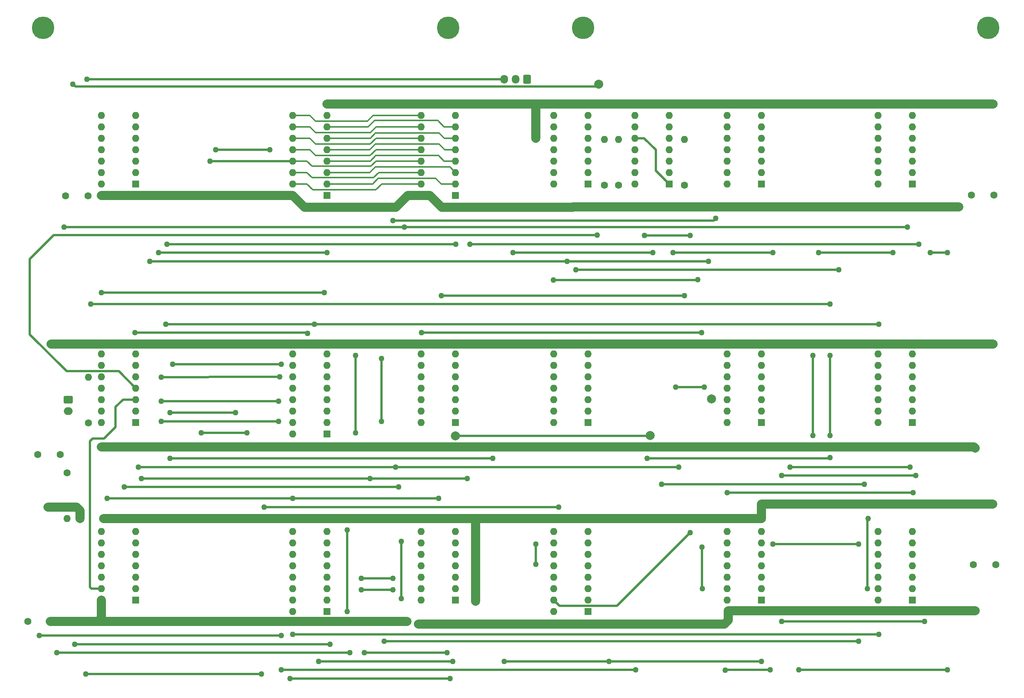
<source format=gbr>
%TF.GenerationSoftware,KiCad,Pcbnew,(6.0.4-0)*%
%TF.CreationDate,2024-04-14T14:43:09+10:00*%
%TF.ProjectId,256 word memory,32353620-776f-4726-9420-6d656d6f7279,rev?*%
%TF.SameCoordinates,Original*%
%TF.FileFunction,Copper,L1,Top*%
%TF.FilePolarity,Positive*%
%FSLAX46Y46*%
G04 Gerber Fmt 4.6, Leading zero omitted, Abs format (unit mm)*
G04 Created by KiCad (PCBNEW (6.0.4-0)) date 2024-04-14 14:43:09*
%MOMM*%
%LPD*%
G01*
G04 APERTURE LIST*
G04 Aperture macros list*
%AMRoundRect*
0 Rectangle with rounded corners*
0 $1 Rounding radius*
0 $2 $3 $4 $5 $6 $7 $8 $9 X,Y pos of 4 corners*
0 Add a 4 corners polygon primitive as box body*
4,1,4,$2,$3,$4,$5,$6,$7,$8,$9,$2,$3,0*
0 Add four circle primitives for the rounded corners*
1,1,$1+$1,$2,$3*
1,1,$1+$1,$4,$5*
1,1,$1+$1,$6,$7*
1,1,$1+$1,$8,$9*
0 Add four rect primitives between the rounded corners*
20,1,$1+$1,$2,$3,$4,$5,0*
20,1,$1+$1,$4,$5,$6,$7,0*
20,1,$1+$1,$6,$7,$8,$9,0*
20,1,$1+$1,$8,$9,$2,$3,0*%
G04 Aperture macros list end*
%TA.AperFunction,ComponentPad*%
%ADD10C,1.600000*%
%TD*%
%TA.AperFunction,ComponentPad*%
%ADD11O,1.600000X1.600000*%
%TD*%
%TA.AperFunction,ComponentPad*%
%ADD12R,1.600000X1.600000*%
%TD*%
%TA.AperFunction,ComponentPad*%
%ADD13C,2.000000*%
%TD*%
%TA.AperFunction,ComponentPad*%
%ADD14C,5.000000*%
%TD*%
%TA.AperFunction,ComponentPad*%
%ADD15RoundRect,0.250000X-0.750000X0.600000X-0.750000X-0.600000X0.750000X-0.600000X0.750000X0.600000X0*%
%TD*%
%TA.AperFunction,ComponentPad*%
%ADD16O,2.000000X1.700000*%
%TD*%
%TA.AperFunction,ComponentPad*%
%ADD17RoundRect,0.250000X0.600000X0.725000X-0.600000X0.725000X-0.600000X-0.725000X0.600000X-0.725000X0*%
%TD*%
%TA.AperFunction,ComponentPad*%
%ADD18O,1.700000X1.950000*%
%TD*%
%TA.AperFunction,ViaPad*%
%ADD19C,2.000000*%
%TD*%
%TA.AperFunction,ViaPad*%
%ADD20C,1.270000*%
%TD*%
%TA.AperFunction,Conductor*%
%ADD21C,0.300000*%
%TD*%
%TA.AperFunction,Conductor*%
%ADD22C,2.000000*%
%TD*%
%TA.AperFunction,Conductor*%
%ADD23C,0.500000*%
%TD*%
G04 APERTURE END LIST*
D10*
%TO.P,R4,1*%
%TO.N,+5V*%
X34550000Y-110800000D03*
D11*
%TO.P,R4,2*%
%TO.N,/R0(1-20*%
X34550000Y-100640000D03*
%TD*%
D10*
%TO.P,R5,1*%
%TO.N,+5V*%
X29845000Y-121920000D03*
D11*
%TO.P,R5,2*%
%TO.N,MB=0*%
X29845000Y-132080000D03*
%TD*%
D12*
%TO.P,U7,1*%
%TO.N,MA7*%
X45120000Y-57740000D03*
D11*
%TO.P,U7,2*%
%TO.N,MEMORY_ENABLE*%
X45120000Y-55200000D03*
%TO.P,U7,3*%
%TO.N,~{CS_H}*%
X45120000Y-52660000D03*
%TO.P,U7,4*%
%TO.N,MEMORY_ENABLE*%
X45120000Y-50120000D03*
%TO.P,U7,5*%
%TO.N,Net-(U7-Pad5)*%
X45120000Y-47580000D03*
%TO.P,U7,6*%
%TO.N,~{CS_L}*%
X45120000Y-45040000D03*
%TO.P,U7,7,GND*%
%TO.N,GND*%
X45120000Y-42500000D03*
%TO.P,U7,8*%
%TO.N,Net-(U7-Pad5)*%
X37500000Y-42500000D03*
%TO.P,U7,9*%
%TO.N,MA7*%
X37500000Y-45040000D03*
%TO.P,U7,10*%
X37500000Y-47580000D03*
%TO.P,U7,11*%
%TO.N,Net-(U5-Pad8)*%
X37500000Y-50120000D03*
%TO.P,U7,12*%
%TO.N,Net-(U14-Pad6)*%
X37500000Y-52660000D03*
%TO.P,U7,13*%
X37500000Y-55200000D03*
%TO.P,U7,14,VCC*%
%TO.N,+5V*%
X37500000Y-57740000D03*
%TD*%
D12*
%TO.P,U3,1,~{CS}*%
%TO.N,~{CS_H}*%
X87620000Y-60280000D03*
D11*
%TO.P,U3,2,A0*%
%TO.N,MA_A*%
X87620000Y-57740000D03*
%TO.P,U3,3,A1*%
%TO.N,MA_B*%
X87620000Y-55200000D03*
%TO.P,U3,4,A2*%
%TO.N,MA_C*%
X87620000Y-52660000D03*
%TO.P,U3,5,A3*%
%TO.N,MA0*%
X87620000Y-50120000D03*
%TO.P,U3,6,A4*%
%TO.N,MA1*%
X87620000Y-47580000D03*
%TO.P,U3,7,D_OUT*%
%TO.N,D-BUS*%
X87620000Y-45040000D03*
%TO.P,U3,8,GND*%
%TO.N,GND*%
X87620000Y-42500000D03*
%TO.P,U3,9,A5*%
%TO.N,MA2*%
X80000000Y-42500000D03*
%TO.P,U3,10,A6*%
%TO.N,MA3*%
X80000000Y-45040000D03*
%TO.P,U3,11,A7*%
%TO.N,MA4*%
X80000000Y-47580000D03*
%TO.P,U3,12,A8*%
%TO.N,MA5*%
X80000000Y-50120000D03*
%TO.P,U3,13,A9*%
%TO.N,MA6*%
X80000000Y-52660000D03*
%TO.P,U3,14,~{WE}*%
%TO.N,~{WE}*%
X80000000Y-55200000D03*
%TO.P,U3,15,D_IN*%
%TO.N,D-IN*%
X80000000Y-57740000D03*
%TO.P,U3,16,+5V*%
%TO.N,+5V*%
X80000000Y-60280000D03*
%TD*%
D12*
%TO.P,U8,1,~{CS}*%
%TO.N,~{CS_L}*%
X116120000Y-60280000D03*
D11*
%TO.P,U8,2,A0*%
%TO.N,MA_A*%
X116120000Y-57740000D03*
%TO.P,U8,3,A1*%
%TO.N,MA_B*%
X116120000Y-55200000D03*
%TO.P,U8,4,A2*%
%TO.N,MA_C*%
X116120000Y-52660000D03*
%TO.P,U8,5,A3*%
%TO.N,MA0*%
X116120000Y-50120000D03*
%TO.P,U8,6,A4*%
%TO.N,MA1*%
X116120000Y-47580000D03*
%TO.P,U8,7,D_OUT*%
%TO.N,D-BUS*%
X116120000Y-45040000D03*
%TO.P,U8,8,GND*%
%TO.N,GND*%
X116120000Y-42500000D03*
%TO.P,U8,9,A5*%
%TO.N,MA2*%
X108500000Y-42500000D03*
%TO.P,U8,10,A6*%
%TO.N,MA3*%
X108500000Y-45040000D03*
%TO.P,U8,11,A7*%
%TO.N,MA4*%
X108500000Y-47580000D03*
%TO.P,U8,12,A8*%
%TO.N,MA5*%
X108500000Y-50120000D03*
%TO.P,U8,13,A9*%
%TO.N,MA6*%
X108500000Y-52660000D03*
%TO.P,U8,14,~{WE}*%
%TO.N,~{WE}*%
X108500000Y-55200000D03*
%TO.P,U8,15,D_IN*%
%TO.N,D-IN*%
X108500000Y-57740000D03*
%TO.P,U8,16,+5V*%
%TO.N,+5V*%
X108500000Y-60280000D03*
%TD*%
D12*
%TO.P,U13,1,CP1..3*%
%TO.N,Net-(U10-Pad9)*%
X145620000Y-57740000D03*
D11*
%TO.P,U13,2,R0(1)*%
%TO.N,/R0(1-20*%
X145620000Y-55200000D03*
%TO.P,U13,3,R0(2)*%
X145620000Y-52660000D03*
%TO.P,U13,4*%
%TO.N,N/C*%
X145620000Y-50120000D03*
%TO.P,U13,5,VCC*%
%TO.N,+5V*%
X145620000Y-47580000D03*
%TO.P,U13,6*%
%TO.N,N/C*%
X145620000Y-45040000D03*
%TO.P,U13,7*%
X145620000Y-42500000D03*
%TO.P,U13,8,Q2*%
%TO.N,MA_B*%
X138000000Y-42500000D03*
%TO.P,U13,9,Q1*%
%TO.N,MA_A*%
X138000000Y-45040000D03*
%TO.P,U13,10,GND*%
%TO.N,GND*%
X138000000Y-47580000D03*
%TO.P,U13,11,Q3*%
%TO.N,MA_C*%
X138000000Y-50120000D03*
%TO.P,U13,12,Q0*%
%TO.N,unconnected-(U13-Pad12)*%
X138000000Y-52660000D03*
%TO.P,U13,13*%
%TO.N,N/C*%
X138000000Y-55200000D03*
%TO.P,U13,14,CP0*%
%TO.N,unconnected-(U13-Pad14)*%
X138000000Y-57740000D03*
%TD*%
D12*
%TO.P,U9,1,CLK*%
%TO.N,Net-(U12-Pad6)*%
X87620000Y-113280000D03*
D11*
%TO.P,U9,2,A*%
%TO.N,MB4*%
X87620000Y-110740000D03*
%TO.P,U9,3,B*%
%TO.N,MB3*%
X87620000Y-108200000D03*
%TO.P,U9,4,C*%
%TO.N,MB2*%
X87620000Y-105660000D03*
%TO.P,U9,5,VCC*%
%TO.N,+5V*%
X87620000Y-103120000D03*
%TO.P,U9,6,D*%
%TO.N,MB1*%
X87620000Y-100580000D03*
%TO.P,U9,7,E*%
%TO.N,MB0*%
X87620000Y-98040000D03*
%TO.P,U9,8,PRE*%
%TO.N,Net-(U5-Pad8)*%
X87620000Y-95500000D03*
%TO.P,U9,9,SER*%
%TO.N,MA5*%
X80000000Y-95500000D03*
%TO.P,U9,10,QE*%
%TO.N,MA0*%
X80000000Y-98040000D03*
%TO.P,U9,11,QD*%
%TO.N,MA1*%
X80000000Y-100580000D03*
%TO.P,U9,12,GND*%
%TO.N,GND*%
X80000000Y-103120000D03*
%TO.P,U9,13,QC*%
%TO.N,MA2*%
X80000000Y-105660000D03*
%TO.P,U9,14,QB*%
%TO.N,MA3*%
X80000000Y-108200000D03*
%TO.P,U9,15,QA*%
%TO.N,MA4*%
X80000000Y-110740000D03*
%TO.P,U9,16,~{CLR}*%
%TO.N,~{T0.5}*%
X80000000Y-113280000D03*
%TD*%
D12*
%TO.P,U10,1,Ds*%
%TO.N,MB4*%
X116120000Y-110740000D03*
D11*
%TO.P,U10,2,P0*%
%TO.N,SR3*%
X116120000Y-108200000D03*
%TO.P,U10,3,P1*%
%TO.N,SR2*%
X116120000Y-105660000D03*
%TO.P,U10,4,P2*%
%TO.N,SR1*%
X116120000Y-103120000D03*
%TO.P,U10,5,P3*%
%TO.N,SR0*%
X116120000Y-100580000D03*
%TO.P,U10,6,Mode*%
%TO.N,Net-(U10-Pad6)*%
X116120000Y-98040000D03*
%TO.P,U10,7,GND*%
%TO.N,GND*%
X116120000Y-95500000D03*
%TO.P,U10,8,Cp2.Lshift*%
%TO.N,MCP*%
X108500000Y-95500000D03*
%TO.P,U10,9,Cp1.Rshift*%
%TO.N,Net-(U10-Pad9)*%
X108500000Y-98040000D03*
%TO.P,U10,10,Q3*%
%TO.N,MB0*%
X108500000Y-100580000D03*
%TO.P,U10,11,Q2*%
%TO.N,MB1*%
X108500000Y-103120000D03*
%TO.P,U10,12,Q1*%
%TO.N,MB2*%
X108500000Y-105660000D03*
%TO.P,U10,13,Q0*%
%TO.N,MB3*%
X108500000Y-108200000D03*
%TO.P,U10,14,VCC*%
%TO.N,+5V*%
X108500000Y-110740000D03*
%TD*%
D12*
%TO.P,U12,1*%
%TO.N,~{T2-9(F+D+E})*%
X184120000Y-110740000D03*
D11*
%TO.P,U12,2*%
%TO.N,~{T14-21(JMS+JMP})*%
X184120000Y-108200000D03*
%TO.P,U12,3*%
%TO.N,Net-(U12-Pad3)*%
X184120000Y-105660000D03*
%TO.P,U12,4*%
X184120000Y-103120000D03*
%TO.P,U12,5*%
%TO.N,MCP*%
X184120000Y-100580000D03*
%TO.P,U12,6*%
%TO.N,Net-(U12-Pad6)*%
X184120000Y-98040000D03*
%TO.P,U12,7,GND*%
%TO.N,GND*%
X184120000Y-95500000D03*
%TO.P,U12,8*%
%TO.N,~{WE}*%
X176500000Y-95500000D03*
%TO.P,U12,9*%
%TO.N,/T14-21~{ISZ.DEP}T2-9.JMS.DCA*%
X176500000Y-98040000D03*
%TO.P,U12,10*%
%TO.N,MCP*%
X176500000Y-100580000D03*
%TO.P,U12,11*%
%TO.N,Net-(U12-Pad11)*%
X176500000Y-103120000D03*
%TO.P,U12,12*%
%TO.N,MCP*%
X176500000Y-105660000D03*
%TO.P,U12,13*%
%TO.N,MEMORY_ENABLE*%
X176500000Y-108200000D03*
%TO.P,U12,14,VCC*%
%TO.N,+5V*%
X176500000Y-110740000D03*
%TD*%
D12*
%TO.P,U5,1,CLK*%
%TO.N,Net-(U12-Pad6)*%
X87620000Y-152780000D03*
D11*
%TO.P,U5,2,A*%
%TO.N,MB7*%
X87620000Y-150240000D03*
%TO.P,U5,3,B*%
%TO.N,MB6*%
X87620000Y-147700000D03*
%TO.P,U5,4,C*%
%TO.N,MB5*%
X87620000Y-145160000D03*
%TO.P,U5,5,VCC*%
%TO.N,+5V*%
X87620000Y-142620000D03*
%TO.P,U5,6,D*%
%TO.N,unconnected-(U5-Pad6)*%
X87620000Y-140080000D03*
%TO.P,U5,7,E*%
%TO.N,unconnected-(U5-Pad7)*%
X87620000Y-137540000D03*
%TO.P,U5,8,PRE*%
%TO.N,Net-(U5-Pad8)*%
X87620000Y-135000000D03*
%TO.P,U5,9,SER*%
%TO.N,D-IN*%
X80000000Y-135000000D03*
%TO.P,U5,10,QE*%
%TO.N,unconnected-(U5-Pad10)*%
X80000000Y-137540000D03*
%TO.P,U5,11,QD*%
%TO.N,unconnected-(U5-Pad11)*%
X80000000Y-140080000D03*
%TO.P,U5,12,GND*%
%TO.N,GND*%
X80000000Y-142620000D03*
%TO.P,U5,13,QC*%
%TO.N,MA5*%
X80000000Y-145160000D03*
%TO.P,U5,14,QB*%
%TO.N,MA6*%
X80000000Y-147700000D03*
%TO.P,U5,15,QA*%
%TO.N,MA7*%
X80000000Y-150240000D03*
%TO.P,U5,16,~{CLR}*%
%TO.N,~{T0.5}*%
X80000000Y-152780000D03*
%TD*%
D12*
%TO.P,U6,1,Ds*%
%TO.N,D-IN*%
X116120000Y-150240000D03*
D11*
%TO.P,U6,2,P0*%
%TO.N,Net-(U4-Pad12)*%
X116120000Y-147700000D03*
%TO.P,U6,3,P1*%
%TO.N,Net-(U4-Pad9)*%
X116120000Y-145160000D03*
%TO.P,U6,4,P2*%
%TO.N,Net-(U4-Pad4)*%
X116120000Y-142620000D03*
%TO.P,U6,5,P3*%
%TO.N,Net-(U4-Pad7)*%
X116120000Y-140080000D03*
%TO.P,U6,6,Mode*%
%TO.N,Net-(U15-Pad11)*%
X116120000Y-137540000D03*
%TO.P,U6,7,GND*%
%TO.N,GND*%
X116120000Y-135000000D03*
%TO.P,U6,8,Cp2.Lshift*%
%TO.N,MCP*%
X108500000Y-135000000D03*
%TO.P,U6,9,Cp1.Rshift*%
%TO.N,Net-(U10-Pad9)*%
X108500000Y-137540000D03*
%TO.P,U6,10,Q3*%
%TO.N,MB4*%
X108500000Y-140080000D03*
%TO.P,U6,11,Q2*%
%TO.N,MB5*%
X108500000Y-142620000D03*
%TO.P,U6,12,Q1*%
%TO.N,MB6*%
X108500000Y-145160000D03*
%TO.P,U6,13,Q0*%
%TO.N,MB7*%
X108500000Y-147700000D03*
%TO.P,U6,14,VCC*%
%TO.N,+5V*%
X108500000Y-150240000D03*
%TD*%
D12*
%TO.P,U1,1*%
%TO.N,MB1*%
X45120000Y-110740000D03*
D11*
%TO.P,U1,2*%
%TO.N,MB=0*%
X45120000Y-108200000D03*
%TO.P,U1,3*%
%TO.N,MB5*%
X45120000Y-105660000D03*
%TO.P,U1,4*%
%TO.N,Net-(R1-Pad2)*%
X45120000Y-103120000D03*
%TO.P,U1,5*%
%TO.N,MB0*%
X45120000Y-100580000D03*
%TO.P,U1,6*%
%TO.N,MB=0*%
X45120000Y-98040000D03*
%TO.P,U1,7,GND*%
%TO.N,GND*%
X45120000Y-95500000D03*
%TO.P,U1,8*%
%TO.N,~{MA7}*%
X37500000Y-95500000D03*
%TO.P,U1,9*%
%TO.N,MA7*%
X37500000Y-98040000D03*
%TO.P,U1,10*%
%TO.N,/R0(1-20*%
X37500000Y-100580000D03*
%TO.P,U1,11*%
%TO.N,~{T0.5}*%
X37500000Y-103120000D03*
%TO.P,U1,12*%
%TO.N,~{PC7}*%
X37500000Y-105660000D03*
%TO.P,U1,13*%
%TO.N,PC7*%
X37500000Y-108200000D03*
%TO.P,U1,14,VCC*%
%TO.N,+5V*%
X37500000Y-110740000D03*
%TD*%
D12*
%TO.P,U16,1*%
%TO.N,MB4*%
X45120000Y-150240000D03*
D11*
%TO.P,U16,2*%
%TO.N,MB=0*%
X45120000Y-147700000D03*
%TO.P,U16,3*%
%TO.N,MB3*%
X45120000Y-145160000D03*
%TO.P,U16,4*%
%TO.N,MB=0*%
X45120000Y-142620000D03*
%TO.P,U16,5*%
%TO.N,MB2*%
X45120000Y-140080000D03*
%TO.P,U16,6*%
%TO.N,MB=0*%
X45120000Y-137540000D03*
%TO.P,U16,7,GND*%
%TO.N,GND*%
X45120000Y-135000000D03*
%TO.P,U16,8*%
%TO.N,MB=0*%
X37500000Y-135000000D03*
%TO.P,U16,9*%
%TO.N,MB7*%
X37500000Y-137540000D03*
%TO.P,U16,10*%
%TO.N,MB=0*%
X37500000Y-140080000D03*
%TO.P,U16,11*%
%TO.N,MB6*%
X37500000Y-142620000D03*
%TO.P,U16,12*%
%TO.N,MB=0*%
X37500000Y-145160000D03*
%TO.P,U16,13*%
%TO.N,MB5*%
X37500000Y-147700000D03*
%TO.P,U16,14,VCC*%
%TO.N,+5V*%
X37500000Y-150240000D03*
%TD*%
D12*
%TO.P,U4,1,S*%
%TO.N,~{F.23.OPR+IOT}*%
X145620000Y-152780000D03*
D11*
%TO.P,U4,2,I0a*%
%TO.N,MA5*%
X145620000Y-150240000D03*
%TO.P,U4,3,I1a*%
%TO.N,SR5*%
X145620000Y-147700000D03*
%TO.P,U4,4,Za*%
%TO.N,Net-(U4-Pad4)*%
X145620000Y-145160000D03*
%TO.P,U4,5,I0b*%
%TO.N,MA4*%
X145620000Y-142620000D03*
%TO.P,U4,6,I1b*%
%TO.N,SR4*%
X145620000Y-140080000D03*
%TO.P,U4,7,Zb*%
%TO.N,Net-(U4-Pad7)*%
X145620000Y-137540000D03*
%TO.P,U4,8,GND*%
%TO.N,GND*%
X145620000Y-135000000D03*
%TO.P,U4,9,Zc*%
%TO.N,Net-(U4-Pad9)*%
X138000000Y-135000000D03*
%TO.P,U4,10,I1c*%
%TO.N,SR6*%
X138000000Y-137540000D03*
%TO.P,U4,11,I0c*%
%TO.N,MA6*%
X138000000Y-140080000D03*
%TO.P,U4,12,Zd*%
%TO.N,Net-(U4-Pad12)*%
X138000000Y-142620000D03*
%TO.P,U4,13,I1d*%
%TO.N,SR7*%
X138000000Y-145160000D03*
%TO.P,U4,14,I0d*%
%TO.N,MA7*%
X138000000Y-147700000D03*
%TO.P,U4,15,E*%
%TO.N,Z-BIT*%
X138000000Y-150240000D03*
%TO.P,U4,16,VCC*%
%TO.N,+5V*%
X138000000Y-152780000D03*
%TD*%
D10*
%TO.P,R1,1*%
%TO.N,+5V*%
X149225000Y-58000000D03*
D11*
%TO.P,R1,2*%
%TO.N,Net-(R1-Pad2)*%
X149225000Y-47840000D03*
%TD*%
D10*
%TO.P,R2,1*%
%TO.N,+5V*%
X167000000Y-58000000D03*
D11*
%TO.P,R2,2*%
%TO.N,Net-(R2-Pad2)*%
X167000000Y-47840000D03*
%TD*%
D12*
%TO.P,U2,1*%
%TO.N,Z-BIT*%
X163620000Y-57740000D03*
D11*
%TO.P,U2,2*%
%TO.N,MB7*%
X163620000Y-55200000D03*
%TO.P,U2,3*%
%TO.N,Net-(R2-Pad2)*%
X163620000Y-52660000D03*
%TO.P,U2,4*%
%TO.N,Z-BIT*%
X163620000Y-50120000D03*
%TO.P,U2,5*%
%TO.N,MB3*%
X163620000Y-47580000D03*
%TO.P,U2,6*%
X163620000Y-45040000D03*
%TO.P,U2,7,GND*%
%TO.N,GND*%
X163620000Y-42500000D03*
%TO.P,U2,8*%
%TO.N,~{F.23.OPR+IOT}*%
X156000000Y-42500000D03*
%TO.P,U2,9*%
X156000000Y-45040000D03*
%TO.P,U2,10*%
%TO.N,Z-BIT*%
X156000000Y-47580000D03*
%TO.P,U2,11*%
%TO.N,Net-(R1-Pad2)*%
X156000000Y-50120000D03*
%TO.P,U2,12*%
%TO.N,MB4*%
X156000000Y-52660000D03*
%TO.P,U2,13*%
%TO.N,Net-(R2-Pad2)*%
X156000000Y-55200000D03*
%TO.P,U2,14,VCC*%
%TO.N,+5V*%
X156000000Y-57740000D03*
%TD*%
D10*
%TO.P,R3,1*%
%TO.N,+5V*%
X152400000Y-58000000D03*
D11*
%TO.P,R3,2*%
%TO.N,Z-BIT*%
X152400000Y-47840000D03*
%TD*%
D12*
%TO.P,U17,1*%
%TO.N,~{T2-9.ISZ}*%
X217620000Y-110740000D03*
D11*
%TO.P,U17,2*%
%TO.N,Net-(U14-Pad3)*%
X217620000Y-108200000D03*
%TO.P,U17,3*%
%TO.N,Net-(U17-Pad3)*%
X217620000Y-105660000D03*
%TO.P,U17,4*%
%TO.N,C-BUS*%
X217620000Y-103120000D03*
%TO.P,U17,5*%
X217620000Y-100580000D03*
%TO.P,U17,6*%
%TO.N,D-IN*%
X217620000Y-98040000D03*
%TO.P,U17,7,GND*%
%TO.N,GND*%
X217620000Y-95500000D03*
%TO.P,U17,8*%
%TO.N,Net-(U17-Pad8)*%
X210000000Y-95500000D03*
%TO.P,U17,9*%
%TO.N,/~{T14-21}.ISZ.DEP*%
X210000000Y-98040000D03*
%TO.P,U17,10*%
X210000000Y-100580000D03*
%TO.P,U17,11*%
X210000000Y-103120000D03*
%TO.P,U17,12*%
%TO.N,T14-21*%
X210000000Y-105660000D03*
%TO.P,U17,13*%
%TO.N,Net-(U15-Pad3)*%
X210000000Y-108200000D03*
%TO.P,U17,14,VCC*%
%TO.N,+5V*%
X210000000Y-110740000D03*
%TD*%
D12*
%TO.P,U19,1*%
%TO.N,B-BUS*%
X217620000Y-150240000D03*
D11*
%TO.P,U19,2*%
%TO.N,Net-(U18-Pad2)*%
X217620000Y-147700000D03*
%TO.P,U19,3*%
%TO.N,D-BUS*%
X217620000Y-145160000D03*
%TO.P,U19,4*%
%TO.N,C-BUS*%
X217620000Y-142620000D03*
%TO.P,U19,5*%
%TO.N,MA0*%
X217620000Y-140080000D03*
%TO.P,U19,6*%
%TO.N,Net-(U18-Pad12)*%
X217620000Y-137540000D03*
%TO.P,U19,7,GND*%
%TO.N,GND*%
X217620000Y-135000000D03*
%TO.P,U19,8*%
%TO.N,MB0*%
X210000000Y-135000000D03*
%TO.P,U19,9*%
%TO.N,Net-(U17-Pad8)*%
X210000000Y-137540000D03*
%TO.P,U19,10*%
%TO.N,C-BUS*%
X210000000Y-140080000D03*
%TO.P,U19,11*%
%TO.N,Net-(U18-Pad6)*%
X210000000Y-142620000D03*
%TO.P,U19,12*%
%TO.N,D-BUS*%
X210000000Y-145160000D03*
%TO.P,U19,13*%
%TO.N,C-BUS*%
X210000000Y-147700000D03*
%TO.P,U19,14,VCC*%
%TO.N,+5V*%
X210000000Y-150240000D03*
%TD*%
D12*
%TO.P,U15,1*%
%TO.N,~{ISZ}*%
X145620000Y-110740000D03*
D11*
%TO.P,U15,2*%
%TO.N,~{DEP}*%
X145620000Y-108200000D03*
%TO.P,U15,3*%
%TO.N,Net-(U15-Pad3)*%
X145620000Y-105660000D03*
%TO.P,U15,4*%
%TO.N,T13*%
X145620000Y-103120000D03*
%TO.P,U15,5*%
%TO.N,Net-(U15-Pad5)*%
X145620000Y-100580000D03*
%TO.P,U15,6*%
%TO.N,Net-(U15-Pad10)*%
X145620000Y-98040000D03*
%TO.P,U15,7,GND*%
%TO.N,GND*%
X145620000Y-95500000D03*
%TO.P,U15,8*%
%TO.N,Net-(U10-Pad6)*%
X138000000Y-95500000D03*
%TO.P,U15,9*%
%TO.N,Net-(U15-Pad10)*%
X138000000Y-98040000D03*
%TO.P,U15,10*%
X138000000Y-100580000D03*
%TO.P,U15,11*%
%TO.N,Net-(U15-Pad11)*%
X138000000Y-103120000D03*
%TO.P,U15,12*%
%TO.N,Net-(U15-Pad10)*%
X138000000Y-105660000D03*
%TO.P,U15,13*%
%TO.N,~{F.23.OPR+IOT}*%
X138000000Y-108200000D03*
%TO.P,U15,14,VCC*%
%TO.N,+5V*%
X138000000Y-110740000D03*
%TD*%
D12*
%TO.P,U11,1*%
%TO.N,JMS+DCA*%
X184120000Y-57740000D03*
D11*
%TO.P,U11,2*%
%TO.N,T2-9*%
X184120000Y-55200000D03*
%TO.P,U11,3*%
%TO.N,/~{T2-9.JMS+DCA}*%
X184120000Y-52660000D03*
%TO.P,U11,4*%
%TO.N,Net-(U11-Pad4)*%
X184120000Y-50120000D03*
%TO.P,U11,5*%
%TO.N,MEMORY_ENABLE*%
X184120000Y-47580000D03*
%TO.P,U11,6*%
%TO.N,Net-(U11-Pad6)*%
X184120000Y-45040000D03*
%TO.P,U11,7,GND*%
%TO.N,GND*%
X184120000Y-42500000D03*
%TO.P,U11,8*%
%TO.N,Net-(U11-Pad4)*%
X176500000Y-42500000D03*
%TO.P,U11,9*%
%TO.N,/T14-21~{ISZ.DEP}T2-9.JMS.DCA*%
X176500000Y-45040000D03*
%TO.P,U11,10*%
X176500000Y-47580000D03*
%TO.P,U11,11*%
X176500000Y-50120000D03*
%TO.P,U11,12*%
%TO.N,/~{T2-9.JMS+DCA}*%
X176500000Y-52660000D03*
%TO.P,U11,13*%
%TO.N,/~{T14-21}.ISZ.DEP*%
X176500000Y-55200000D03*
%TO.P,U11,14,VCC*%
%TO.N,+5V*%
X176500000Y-57740000D03*
%TD*%
D12*
%TO.P,U14,1*%
%TO.N,Net-(U11-Pad6)*%
X217620000Y-57740000D03*
D11*
%TO.P,U14,2*%
X217620000Y-55200000D03*
%TO.P,U14,3*%
%TO.N,Net-(U14-Pad3)*%
X217620000Y-52660000D03*
%TO.P,U14,4*%
%TO.N,T1*%
X217620000Y-50120000D03*
%TO.P,U14,5*%
%TO.N,Net-(U14-Pad5)*%
X217620000Y-47580000D03*
%TO.P,U14,6*%
%TO.N,Net-(U14-Pad6)*%
X217620000Y-45040000D03*
%TO.P,U14,7,GND*%
%TO.N,GND*%
X217620000Y-42500000D03*
%TO.P,U14,8*%
%TO.N,Net-(U14-Pad5)*%
X210000000Y-42500000D03*
%TO.P,U14,9*%
%TO.N,Net-(U14-Pad10)*%
X210000000Y-45040000D03*
%TO.P,U14,10*%
X210000000Y-47580000D03*
%TO.P,U14,11*%
X210000000Y-50120000D03*
%TO.P,U14,12*%
%TO.N,~{F+D+E}*%
X210000000Y-52660000D03*
%TO.P,U14,13*%
%TO.N,Net-(U14-Pad13)*%
X210000000Y-55200000D03*
%TO.P,U14,14,VCC*%
%TO.N,+5V*%
X210000000Y-57740000D03*
%TD*%
D12*
%TO.P,U18,1*%
%TO.N,~{T2-9.ISZ}*%
X184120000Y-150240000D03*
D11*
%TO.P,U18,2*%
%TO.N,Net-(U18-Pad2)*%
X184120000Y-147700000D03*
%TO.P,U18,3*%
%TO.N,OPR+IOT*%
X184120000Y-145160000D03*
%TO.P,U18,4*%
%TO.N,Net-(U14-Pad13)*%
X184120000Y-142620000D03*
%TO.P,U18,5*%
%TO.N,Net-(U17-Pad3)*%
X184120000Y-140080000D03*
%TO.P,U18,6*%
%TO.N,Net-(U18-Pad6)*%
X184120000Y-137540000D03*
%TO.P,U18,7,GND*%
%TO.N,GND*%
X184120000Y-135000000D03*
%TO.P,U18,8*%
%TO.N,Net-(U10-Pad9)*%
X176500000Y-135000000D03*
%TO.P,U18,9*%
%TO.N,Net-(U12-Pad11)*%
X176500000Y-137540000D03*
%TO.P,U18,10*%
%TO.N,Net-(U15-Pad5)*%
X176500000Y-140080000D03*
%TO.P,U18,11*%
%TO.N,~{DEP}*%
X176500000Y-142620000D03*
%TO.P,U18,12*%
%TO.N,Net-(U18-Pad12)*%
X176500000Y-145160000D03*
%TO.P,U18,13*%
%TO.N,~{T14-21(JMS+JMP})*%
X176500000Y-147700000D03*
%TO.P,U18,14,VCC*%
%TO.N,+5V*%
X176500000Y-150240000D03*
%TD*%
D13*
%TO.P,J4,1,Pin_1*%
%TO.N,MCP*%
X173000000Y-105500000D03*
%TD*%
D10*
%TO.P,C1,1*%
%TO.N,+5V*%
X34527500Y-60388500D03*
%TO.P,C1,2*%
%TO.N,GND*%
X29527500Y-60388500D03*
%TD*%
%TO.P,C2,1*%
%TO.N,+5V*%
X230759000Y-60198000D03*
%TO.P,C2,2*%
%TO.N,GND*%
X235759000Y-60198000D03*
%TD*%
%TO.P,C3,1*%
%TO.N,+5V*%
X28321000Y-117856000D03*
%TO.P,C3,2*%
%TO.N,GND*%
X23321000Y-117856000D03*
%TD*%
%TO.P,C4,1*%
%TO.N,+5V*%
X26162000Y-154940000D03*
%TO.P,C4,2*%
%TO.N,GND*%
X21162000Y-154940000D03*
%TD*%
%TO.P,C5,1*%
%TO.N,+5V*%
X231203500Y-142303500D03*
%TO.P,C5,2*%
%TO.N,GND*%
X236203500Y-142303500D03*
%TD*%
D14*
%TO.P,H1,1,GND*%
%TO.N,GND*%
X24500000Y-23000000D03*
X114500000Y-23000000D03*
%TD*%
%TO.P,H2,1,GND*%
%TO.N,GND*%
X234500000Y-23000000D03*
X144500000Y-23000000D03*
%TD*%
D15*
%TO.P,J1,1,Pin_1*%
%TO.N,~{PC7}*%
X30100000Y-105700000D03*
D16*
%TO.P,J1,2,Pin_2*%
%TO.N,PC7*%
X30100000Y-108200000D03*
%TD*%
D17*
%TO.P,J2,1,Pin_1*%
%TO.N,MA5*%
X132000000Y-34500000D03*
D18*
%TO.P,J2,2,Pin_2*%
%TO.N,MA6*%
X129500000Y-34500000D03*
%TO.P,J2,3,Pin_3*%
%TO.N,~{MA7}*%
X127000000Y-34500000D03*
%TD*%
D19*
%TO.N,+5V*%
X150495000Y-62865000D03*
X37465000Y-116205000D03*
X142240000Y-62865000D03*
X227965000Y-62865000D03*
X227965000Y-116205000D03*
X166370000Y-62865000D03*
X178735000Y-62865000D03*
X231572000Y-116408000D03*
X107950000Y-155575000D03*
X107950000Y-116205000D03*
X176530000Y-116205000D03*
X137922000Y-116205000D03*
X231572000Y-152603000D03*
X86995000Y-116205000D03*
X210058000Y-116205000D03*
X105410000Y-154940000D03*
X136525000Y-155575000D03*
X208788000Y-62865000D03*
X209797000Y-152603000D03*
X37465000Y-60325000D03*
X156210000Y-62865000D03*
X176733000Y-152603000D03*
D20*
%TO.N,MA2*%
X76835000Y-106045000D03*
X50800000Y-106045000D03*
%TO.N,MA3*%
X52705000Y-108585000D03*
X67310000Y-108585000D03*
%TO.N,MA4*%
X76835000Y-110490000D03*
X52705000Y-118745000D03*
X50800000Y-110490000D03*
X124460000Y-118745000D03*
%TO.N,MA5*%
X74930000Y-50165000D03*
X62865000Y-50165000D03*
X139065000Y-129540000D03*
X73660000Y-129540000D03*
%TO.N,MA0*%
X53340000Y-97790000D03*
X119380000Y-71120000D03*
X77470000Y-97790000D03*
X219078993Y-71120000D03*
%TO.N,MA6*%
X114300000Y-161925000D03*
X61595000Y-52705000D03*
X95885000Y-161925000D03*
%TO.N,MA1*%
X50800000Y-100680783D03*
X77085000Y-100580000D03*
D19*
%TO.N,GND*%
X217932000Y-93345000D03*
X45085000Y-132080000D03*
X26289000Y-93345000D03*
X146685000Y-132080000D03*
X235534400Y-128854400D03*
X116840000Y-132080000D03*
X32766000Y-132080000D03*
X76200000Y-132080000D03*
X184150000Y-93345000D03*
X45087102Y-93347102D03*
X163995000Y-40005000D03*
X120650000Y-150495000D03*
X37973000Y-132080000D03*
X217805000Y-40005000D03*
X116205000Y-93345000D03*
X235585000Y-93345000D03*
X218567000Y-128905000D03*
X116205000Y-40005000D03*
X184150000Y-132080000D03*
X235585000Y-40005000D03*
X68580000Y-93345000D03*
X87630000Y-40005000D03*
X25654000Y-129540000D03*
X133985000Y-47625000D03*
X184305000Y-40005000D03*
X146177000Y-93345000D03*
D20*
%TO.N,~{T0.5}*%
X59690000Y-113030000D03*
X210185000Y-157861000D03*
X80010000Y-157861000D03*
X69850000Y-113030000D03*
%TO.N,MB0*%
X84836000Y-88900000D03*
X51816000Y-88900000D03*
X210185000Y-88900000D03*
%TO.N,MB1*%
X83312000Y-90932000D03*
X44958000Y-90805000D03*
%TO.N,MB2*%
X103505000Y-125095000D03*
X42545000Y-125095000D03*
%TO.N,MB3*%
X158115000Y-69215000D03*
X165735000Y-120650000D03*
X168275000Y-69215000D03*
X102870000Y-120650000D03*
X45720000Y-120650000D03*
%TO.N,MB4*%
X97155000Y-123190000D03*
D19*
X116120000Y-113750000D03*
D20*
X118745000Y-123190000D03*
D19*
X159385000Y-113665000D03*
D20*
X46355000Y-123190000D03*
%TO.N,Net-(U10-Pad9)*%
X113030000Y-82550000D03*
X167005000Y-82550000D03*
%TO.N,MB7*%
X104140000Y-149860000D03*
X23638400Y-158115000D03*
X160020000Y-73025000D03*
X104140000Y-137160000D03*
X77470000Y-158115000D03*
X128905000Y-73025000D03*
X99695000Y-110490000D03*
X99695000Y-96520000D03*
%TO.N,MB6*%
X92710000Y-161925000D03*
X102235000Y-147955000D03*
X27600800Y-161925000D03*
X95250000Y-147955000D03*
%TO.N,MB5*%
X95250000Y-145415000D03*
X31563200Y-160020000D03*
X102235000Y-145415000D03*
X88265000Y-160020000D03*
%TO.N,Net-(U4-Pad12)*%
X133985000Y-142240000D03*
X133985000Y-137795000D03*
%TO.N,~{F.23.OPR+IOT}*%
X184150000Y-163830000D03*
X170000000Y-79000000D03*
X150270000Y-163830000D03*
X137900000Y-79100000D03*
X127000000Y-163830000D03*
%TO.N,MB=0*%
X73025000Y-166624000D03*
X34036000Y-166624000D03*
%TO.N,Net-(R1-Pad2)*%
X147600000Y-69100000D03*
%TO.N,Z-BIT*%
X79375000Y-167640000D03*
X168275000Y-135255000D03*
X114935000Y-167640000D03*
%TO.N,~{ISZ}*%
X156135006Y-165735000D03*
X77470000Y-165735000D03*
%TO.N,Net-(U18-Pad6)*%
X205740000Y-137795000D03*
X186690000Y-137795000D03*
%TO.N,Net-(U18-Pad12)*%
X176530000Y-126365000D03*
X217805000Y-126365000D03*
%TO.N,Net-(U18-Pad2)*%
X188595000Y-154940000D03*
X220345000Y-154940000D03*
%TO.N,C-BUS*%
X207645000Y-147637500D03*
X207825010Y-132064948D03*
%TO.N,Net-(U15-Pad3)*%
X161925000Y-124460000D03*
X207010000Y-124460000D03*
%TO.N,Net-(U11-Pad6)*%
X196850000Y-73025000D03*
X213360000Y-73025000D03*
%TO.N,Net-(U17-Pad3)*%
X188595000Y-122555000D03*
X218440000Y-122555000D03*
%TO.N,~{T2-9.ISZ}*%
X217170000Y-120650000D03*
X190500000Y-120650000D03*
D19*
%TO.N,/R0(1-20*%
X147955000Y-35560000D03*
D20*
X31100000Y-35600000D03*
%TO.N,MEMORY_ENABLE*%
X172350010Y-74930000D03*
X140970000Y-74930000D03*
X48260000Y-74930000D03*
%TO.N,T2-9*%
X199390000Y-95885000D03*
X199390000Y-113665000D03*
%TO.N,JMS+DCA*%
X186690000Y-73025000D03*
X164465000Y-73025000D03*
X170900000Y-138400000D03*
X171000000Y-147700000D03*
%TO.N,T13*%
X158750000Y-118745000D03*
X199363071Y-118564990D03*
%TO.N,MCP*%
X108585000Y-90805000D03*
X170815000Y-90805000D03*
%TO.N,Net-(U5-Pad8)*%
X86995000Y-81915000D03*
X93980000Y-95885000D03*
X37465000Y-81915000D03*
X93980000Y-113030000D03*
%TO.N,~{MA7}*%
X34250000Y-34450000D03*
%TO.N,MA7*%
X85725000Y-163830000D03*
X115570000Y-163830000D03*
%TO.N,~{F+D+E}*%
X201295000Y-76835000D03*
X142875000Y-76835000D03*
%TO.N,OPR+IOT*%
X176100000Y-165800000D03*
X186055000Y-165735000D03*
%TO.N,T1*%
X225425000Y-73025000D03*
X221615000Y-73025000D03*
X225425000Y-165735000D03*
X192405000Y-165735000D03*
%TO.N,~{WE}*%
X173990000Y-65405000D03*
X102235000Y-65884500D03*
%TO.N,~{CS_L}*%
X116205000Y-71120000D03*
X52070000Y-71120000D03*
%TO.N,~{CS_H}*%
X50165000Y-73025000D03*
X87630000Y-73025000D03*
%TO.N,D-IN*%
X29210000Y-67310000D03*
X112395000Y-127635000D03*
X216535000Y-67310000D03*
X104775000Y-67310000D03*
X80010000Y-127635000D03*
X38735000Y-127635000D03*
%TO.N,Net-(U14-Pad6)*%
X199390000Y-84455000D03*
X35105010Y-84455000D03*
%TO.N,Net-(U14-Pad13)*%
X195580000Y-95885000D03*
X195580000Y-113665000D03*
%TO.N,Net-(U12-Pad6)*%
X92075000Y-152739990D03*
X205740000Y-159385000D03*
X100330000Y-159385000D03*
X92075000Y-134620000D03*
%TO.N,Net-(U12-Pad11)*%
X165100000Y-102870000D03*
X171450000Y-102870000D03*
%TD*%
D21*
%TO.N,D-BUS*%
X98152499Y-43650001D02*
X112230001Y-43650001D01*
X113620000Y-45040000D02*
X116120000Y-45040000D01*
X87620000Y-45040000D02*
X96762500Y-45040000D01*
X96762500Y-45040000D02*
X98152499Y-43650001D01*
X112230001Y-43650001D02*
X113620000Y-45040000D01*
D22*
%TO.N,+5V*%
X156210000Y-62865000D02*
X166370000Y-62865000D01*
X34925000Y-154940000D02*
X34925000Y-154940000D01*
X26162000Y-154940000D02*
X34900000Y-154940000D01*
X86995000Y-116205000D02*
X79964998Y-116205000D01*
X37510000Y-60280000D02*
X80000000Y-60280000D01*
X176733000Y-152603000D02*
X176733000Y-154737000D01*
X108500000Y-60280000D02*
X110430000Y-60280000D01*
X107950000Y-116205000D02*
X86995000Y-116205000D01*
X142240000Y-62865000D02*
X150495000Y-62865000D01*
X166370000Y-62865000D02*
X208788000Y-62865000D01*
X208788000Y-62865000D02*
X227965000Y-62865000D01*
X107950000Y-116205000D02*
X176530000Y-116205000D01*
X176733000Y-154737000D02*
X175895000Y-155575000D01*
X227965000Y-116205000D02*
X231369000Y-116205000D01*
X102900000Y-62900000D02*
X105520000Y-60280000D01*
X80000000Y-60280000D02*
X82620000Y-62900000D01*
X105520000Y-60280000D02*
X108500000Y-60280000D01*
X105410000Y-154940000D02*
X36740000Y-154940000D01*
X37500000Y-150240000D02*
X37500000Y-154180000D01*
X150495000Y-62865000D02*
X156210000Y-62865000D01*
X79964998Y-116205000D02*
X37465000Y-116205000D01*
X231572000Y-152603000D02*
X209797000Y-152603000D01*
X176530000Y-116205000D02*
X227965000Y-116205000D01*
X37500000Y-154180000D02*
X36740000Y-154940000D01*
X37465000Y-60325000D02*
X37510000Y-60280000D01*
X209797000Y-152603000D02*
X176733000Y-152603000D01*
X113050000Y-62900000D02*
X142205000Y-62900000D01*
X107950000Y-155575000D02*
X136525000Y-155575000D01*
X82620000Y-62900000D02*
X102900000Y-62900000D01*
X110430000Y-60280000D02*
X113050000Y-62900000D01*
X231369000Y-116205000D02*
X231572000Y-116408000D01*
X142205000Y-62900000D02*
X142240000Y-62865000D01*
X36740000Y-154940000D02*
X34900000Y-154940000D01*
X175895000Y-155575000D02*
X136525000Y-155575000D01*
D21*
%TO.N,MA2*%
X96535000Y-43800000D02*
X97835000Y-42500000D01*
X80000000Y-42500000D02*
X83775000Y-42500000D01*
X83775000Y-42500000D02*
X85075000Y-43800000D01*
X97835000Y-42500000D02*
X108500000Y-42500000D01*
X85075000Y-43800000D02*
X96535000Y-43800000D01*
D23*
X50800000Y-106045000D02*
X76835000Y-106045000D01*
D21*
%TO.N,MA3*%
X101010000Y-45040000D02*
X108500000Y-45040000D01*
X98470000Y-45040000D02*
X101010000Y-45040000D01*
X80000000Y-45040000D02*
X83775000Y-45040000D01*
X97210000Y-46300000D02*
X98470000Y-45040000D01*
X85035000Y-46300000D02*
X97210000Y-46300000D01*
D23*
X52705000Y-108585000D02*
X67310000Y-108585000D01*
D21*
X83775000Y-45040000D02*
X85035000Y-46300000D01*
%TO.N,MA4*%
X97155000Y-48895000D02*
X98470000Y-47580000D01*
X83775000Y-47580000D02*
X85090000Y-48895000D01*
X85090000Y-48895000D02*
X97155000Y-48895000D01*
X80000000Y-47580000D02*
X83775000Y-47580000D01*
D23*
X50800000Y-110490000D02*
X76835000Y-110490000D01*
X52705000Y-118745000D02*
X124460000Y-118745000D01*
D21*
X98470000Y-47580000D02*
X108500000Y-47580000D01*
%TO.N,MA5*%
X98470000Y-50120000D02*
X108500000Y-50120000D01*
X80000000Y-50120000D02*
X83775000Y-50120000D01*
D23*
X75074213Y-129540000D02*
X73660000Y-129540000D01*
D21*
X97155000Y-51435000D02*
X98470000Y-50120000D01*
D23*
X139065000Y-129540000D02*
X75074213Y-129540000D01*
X74930000Y-50165000D02*
X62865000Y-50165000D01*
D21*
X85090000Y-51435000D02*
X97155000Y-51435000D01*
X83775000Y-50120000D02*
X85090000Y-51435000D01*
%TO.N,MA0*%
X95930000Y-50120000D02*
X97110000Y-50120000D01*
X98335000Y-48895000D02*
X112485000Y-48895000D01*
D23*
X53340000Y-97790000D02*
X76224423Y-97790000D01*
D21*
X87620000Y-50120000D02*
X95930000Y-50120000D01*
X113710000Y-50120000D02*
X116120000Y-50120000D01*
D23*
X76224423Y-97790000D02*
X77470000Y-97790000D01*
X219078993Y-71120000D02*
X217792867Y-71120000D01*
D21*
X97110000Y-50120000D02*
X98335000Y-48895000D01*
D23*
X217792867Y-71120000D02*
X119380000Y-71120000D01*
D21*
X112485000Y-48895000D02*
X113710000Y-50120000D01*
D23*
%TO.N,MA6*%
X61595000Y-52705000D02*
X79955000Y-52705000D01*
D21*
X84290001Y-53810001D02*
X97319999Y-53810001D01*
D23*
X95885000Y-161925000D02*
X114300000Y-161925000D01*
X79955000Y-52705000D02*
X80000000Y-52660000D01*
D21*
X97319999Y-53810001D02*
X98470000Y-52660000D01*
X98470000Y-52660000D02*
X108500000Y-52660000D01*
X83140000Y-52660000D02*
X84290001Y-53810001D01*
X80000000Y-52660000D02*
X83140000Y-52660000D01*
%TO.N,MA1*%
X96565000Y-47580000D02*
X97200000Y-47580000D01*
X113665000Y-47625000D02*
X116075000Y-47625000D01*
D23*
X71755000Y-100597937D02*
X77085000Y-100580000D01*
X50800000Y-100680783D02*
X71755000Y-100597937D01*
D21*
X97200000Y-47580000D02*
X98350001Y-46429999D01*
X116075000Y-47625000D02*
X116120000Y-47580000D01*
X112469999Y-46429999D02*
X113665000Y-47625000D01*
X87620000Y-47580000D02*
X96565000Y-47580000D01*
X98350001Y-46429999D02*
X112469999Y-46429999D01*
D22*
%TO.N,GND*%
X116205000Y-93345000D02*
X184150000Y-93345000D01*
X184150000Y-93345000D02*
X235585000Y-93345000D01*
X32004000Y-129540000D02*
X25654000Y-129540000D01*
X45085000Y-132080000D02*
X37973000Y-132080000D01*
X45089204Y-93345000D02*
X45087102Y-93347102D01*
X120650000Y-132715000D02*
X120015000Y-132080000D01*
X120650000Y-150495000D02*
X120650000Y-132715000D01*
X116205000Y-40005000D02*
X87630000Y-40005000D01*
X109263245Y-132080000D02*
X76200000Y-132080000D01*
X163995000Y-40005000D02*
X184305000Y-40005000D01*
X184150000Y-128905000D02*
X235483800Y-128905000D01*
X146685000Y-132080000D02*
X184150000Y-132080000D01*
X235483800Y-128905000D02*
X235534400Y-128854400D01*
X68580000Y-93345000D02*
X116205000Y-93345000D01*
X116205000Y-40005000D02*
X133985000Y-40005000D01*
X26291102Y-93347102D02*
X26289000Y-93345000D01*
X184150000Y-128905000D02*
X184150000Y-132080000D01*
X133985000Y-47625000D02*
X133985000Y-40005000D01*
X133985000Y-40005000D02*
X163995000Y-40005000D01*
X146685000Y-132080000D02*
X120015000Y-132080000D01*
X120015000Y-132080000D02*
X116840000Y-132080000D01*
X32766000Y-132080000D02*
X32766000Y-130302000D01*
X45087102Y-93347102D02*
X26291102Y-93347102D01*
X68580000Y-93345000D02*
X45089204Y-93345000D01*
X76200000Y-132080000D02*
X45085000Y-132080000D01*
X116840000Y-132080000D02*
X109263245Y-132080000D01*
X32766000Y-130302000D02*
X32004000Y-129540000D01*
X184305000Y-40005000D02*
X235585000Y-40005000D01*
D23*
%TO.N,~{T0.5}*%
X102870000Y-157861000D02*
X210185000Y-157861000D01*
X69850000Y-113030000D02*
X59690000Y-113030000D01*
X80010000Y-157861000D02*
X102870000Y-157861000D01*
%TO.N,MB0*%
X84836000Y-88900000D02*
X210185000Y-88900000D01*
X51816000Y-88900000D02*
X84836000Y-88900000D01*
%TO.N,MB1*%
X44958000Y-90805000D02*
X83185000Y-90805000D01*
X83185000Y-90805000D02*
X83312000Y-90932000D01*
%TO.N,MB2*%
X42545000Y-125095000D02*
X103505000Y-125095000D01*
%TO.N,MB3*%
X102870000Y-120650000D02*
X165735000Y-120650000D01*
X102870000Y-120650000D02*
X45720000Y-120650000D01*
X158115000Y-69215000D02*
X168275000Y-69215000D01*
%TO.N,MB4*%
X97155000Y-123190000D02*
X118745000Y-123190000D01*
X116120000Y-113750000D02*
X159300000Y-113750000D01*
X46355000Y-123190000D02*
X97155000Y-123190000D01*
X159300000Y-113750000D02*
X159385000Y-113665000D01*
%TO.N,Net-(U10-Pad9)*%
X167005000Y-82550000D02*
X113030000Y-82550000D01*
%TO.N,MB7*%
X128905000Y-73025000D02*
X160020000Y-73025000D01*
X99695000Y-110490000D02*
X99695000Y-96520000D01*
X23638400Y-158115000D02*
X77470000Y-158115000D01*
X104140000Y-137160000D02*
X104140000Y-149860000D01*
%TO.N,MB6*%
X95250000Y-147955000D02*
X102235000Y-147955000D01*
X27600800Y-161925000D02*
X92710000Y-161925000D01*
%TO.N,MB5*%
X42295000Y-105660000D02*
X40640000Y-107315000D01*
X40640000Y-107315000D02*
X40640000Y-111760000D01*
X34925000Y-147320000D02*
X35305000Y-147700000D01*
X38100000Y-114300000D02*
X35560000Y-114300000D01*
X35560000Y-114300000D02*
X34925000Y-114935000D01*
X35305000Y-147700000D02*
X37500000Y-147700000D01*
X45120000Y-105660000D02*
X42295000Y-105660000D01*
X88265000Y-160020000D02*
X31563200Y-160020000D01*
X95250000Y-145415000D02*
X102235000Y-145415000D01*
X34925000Y-114935000D02*
X34925000Y-147320000D01*
X40640000Y-111760000D02*
X38100000Y-114300000D01*
%TO.N,Net-(U4-Pad12)*%
X133985000Y-137795000D02*
X133985000Y-142240000D01*
%TO.N,~{F.23.OPR+IOT}*%
X127000000Y-163830000D02*
X150270000Y-163830000D01*
X169900000Y-79100000D02*
X170000000Y-79000000D01*
X137900000Y-79100000D02*
X169900000Y-79100000D01*
X184150000Y-163830000D02*
X150270000Y-163830000D01*
%TO.N,MB=0*%
X34036000Y-166624000D02*
X73406000Y-166624000D01*
%TO.N,Net-(R1-Pad2)*%
X26912000Y-69100000D02*
X147600000Y-69100000D01*
X45120000Y-103120000D02*
X41329999Y-99329999D01*
X29733999Y-99329999D02*
X21590000Y-91186000D01*
X21590000Y-74422000D02*
X26912000Y-69100000D01*
X41329999Y-99329999D02*
X29733999Y-99329999D01*
X21590000Y-91186000D02*
X21590000Y-74422000D01*
%TO.N,Z-BIT*%
X160655000Y-50165000D02*
X160655000Y-54775000D01*
X156000000Y-47580000D02*
X158070000Y-47580000D01*
X139250001Y-151490001D02*
X152039999Y-151490001D01*
X114935000Y-167640000D02*
X79375000Y-167640000D01*
X160655000Y-54775000D02*
X163620000Y-57740000D01*
X138000000Y-150240000D02*
X139250001Y-151490001D01*
X158070000Y-47580000D02*
X160655000Y-50165000D01*
X152039999Y-151490001D02*
X168275000Y-135255000D01*
%TO.N,~{ISZ}*%
X77470000Y-165735000D02*
X156135006Y-165735000D01*
%TO.N,Net-(U18-Pad6)*%
X186690000Y-137795000D02*
X205740000Y-137795000D01*
%TO.N,Net-(U18-Pad12)*%
X217805000Y-126365000D02*
X176530000Y-126365000D01*
%TO.N,Net-(U18-Pad2)*%
X220345000Y-154940000D02*
X188595000Y-154940000D01*
%TO.N,C-BUS*%
X207645000Y-132244958D02*
X207825010Y-132064948D01*
X207645000Y-147637500D02*
X207645000Y-132244958D01*
%TO.N,Net-(U15-Pad3)*%
X207010000Y-124460000D02*
X161925000Y-124460000D01*
%TO.N,Net-(U11-Pad6)*%
X213360000Y-73025000D02*
X196850000Y-73025000D01*
%TO.N,Net-(U17-Pad3)*%
X188595000Y-122555000D02*
X218440000Y-122555000D01*
%TO.N,~{T2-9.ISZ}*%
X190500000Y-120650000D02*
X217170000Y-120650000D01*
%TO.N,/R0(1-20*%
X31680000Y-36100000D02*
X31140000Y-35560000D01*
X147955000Y-35560000D02*
X147415000Y-36100000D01*
X147415000Y-36100000D02*
X31680000Y-36100000D01*
%TO.N,MEMORY_ENABLE*%
X48260000Y-74930000D02*
X140970000Y-74930000D01*
X140970000Y-74930000D02*
X172350010Y-74930000D01*
%TO.N,T2-9*%
X199390000Y-113665000D02*
X199390000Y-95885000D01*
%TO.N,JMS+DCA*%
X170900000Y-138400000D02*
X170900000Y-147600000D01*
X164465000Y-73025000D02*
X186690000Y-73025000D01*
X170900000Y-147600000D02*
X171000000Y-147700000D01*
%TO.N,T13*%
X199183061Y-118745000D02*
X199363071Y-118564990D01*
X158750000Y-118745000D02*
X199183061Y-118745000D01*
%TO.N,MCP*%
X170815000Y-90805000D02*
X108585000Y-90805000D01*
%TO.N,Net-(U5-Pad8)*%
X37465000Y-81915000D02*
X86995000Y-81915000D01*
X93980000Y-95885000D02*
X93980000Y-113030000D01*
%TO.N,~{MA7}*%
X127000000Y-34500000D02*
X34300000Y-34500000D01*
X34300000Y-34500000D02*
X34250000Y-34450000D01*
%TO.N,MA7*%
X85725000Y-163830000D02*
X115570000Y-163830000D01*
%TO.N,~{F+D+E}*%
X142875000Y-76835000D02*
X201295000Y-76835000D01*
%TO.N,OPR+IOT*%
X186055000Y-165735000D02*
X176165000Y-165735000D01*
X176165000Y-165735000D02*
X176100000Y-165800000D01*
%TO.N,T1*%
X225425000Y-165735000D02*
X193675000Y-165735000D01*
X193675000Y-165735000D02*
X192405000Y-165735000D01*
X221615000Y-73025000D02*
X225425000Y-73025000D01*
D21*
%TO.N,~{WE}*%
X91604999Y-56350001D02*
X97954999Y-56350001D01*
D23*
X173510500Y-65884500D02*
X102235000Y-65884500D01*
D21*
X97954999Y-56350001D02*
X99105000Y-55200000D01*
D23*
X173990000Y-65405000D02*
X173510500Y-65884500D01*
D21*
X83140000Y-55200000D02*
X84290001Y-56350001D01*
X80000000Y-55200000D02*
X83140000Y-55200000D01*
X99105000Y-55200000D02*
X108500000Y-55200000D01*
X84290001Y-56350001D02*
X91604999Y-56350001D01*
D23*
%TO.N,~{CS_L}*%
X52070000Y-71120000D02*
X116205000Y-71120000D01*
%TO.N,~{CS_H}*%
X50165000Y-73025000D02*
X87630000Y-73025000D01*
%TO.N,D-IN*%
X104775000Y-67310000D02*
X216535000Y-67310000D01*
X112395000Y-127635000D02*
X109014874Y-127635000D01*
X104775000Y-67310000D02*
X29210000Y-67310000D01*
D21*
X80000000Y-57740000D02*
X83140000Y-57740000D01*
X83140000Y-57740000D02*
X84455000Y-59055000D01*
X98425000Y-59055000D02*
X99740000Y-57740000D01*
D23*
X109014874Y-127635000D02*
X80010000Y-127635000D01*
D21*
X99740000Y-57740000D02*
X108500000Y-57740000D01*
D23*
X38735000Y-127635000D02*
X80010000Y-127635000D01*
D21*
X84455000Y-59055000D02*
X98425000Y-59055000D01*
%TO.N,MA_C*%
X94025000Y-52660000D02*
X97200000Y-52660000D01*
X113620000Y-52660000D02*
X116120000Y-52660000D01*
X97200000Y-52660000D02*
X98425000Y-51435000D01*
X87620000Y-52660000D02*
X94025000Y-52660000D01*
X98425000Y-51435000D02*
X112395000Y-51435000D01*
X112395000Y-51435000D02*
X113620000Y-52660000D01*
%TO.N,MA_B*%
X98335000Y-53975000D02*
X114895000Y-53975000D01*
X87620000Y-55200000D02*
X97110000Y-55200000D01*
X97110000Y-55200000D02*
X98335000Y-53975000D01*
X114895000Y-53975000D02*
X116120000Y-55200000D01*
%TO.N,MA_A*%
X90215000Y-57740000D02*
X97745000Y-57740000D01*
X111760000Y-56515000D02*
X112985000Y-57740000D01*
X98970000Y-56515000D02*
X111760000Y-56515000D01*
X87620000Y-57740000D02*
X90215000Y-57740000D01*
X112985000Y-57740000D02*
X116120000Y-57740000D01*
X97745000Y-57740000D02*
X98970000Y-56515000D01*
D23*
%TO.N,Net-(U14-Pad6)*%
X199390000Y-84455000D02*
X35105010Y-84455000D01*
%TO.N,Net-(U14-Pad13)*%
X195580000Y-113665000D02*
X195580000Y-95885000D01*
%TO.N,Net-(U12-Pad6)*%
X92075000Y-134620000D02*
X92075000Y-152739990D01*
X205740000Y-159385000D02*
X100330000Y-159385000D01*
%TO.N,Net-(U12-Pad11)*%
X171450000Y-102870000D02*
X165100000Y-102870000D01*
%TD*%
M02*

</source>
